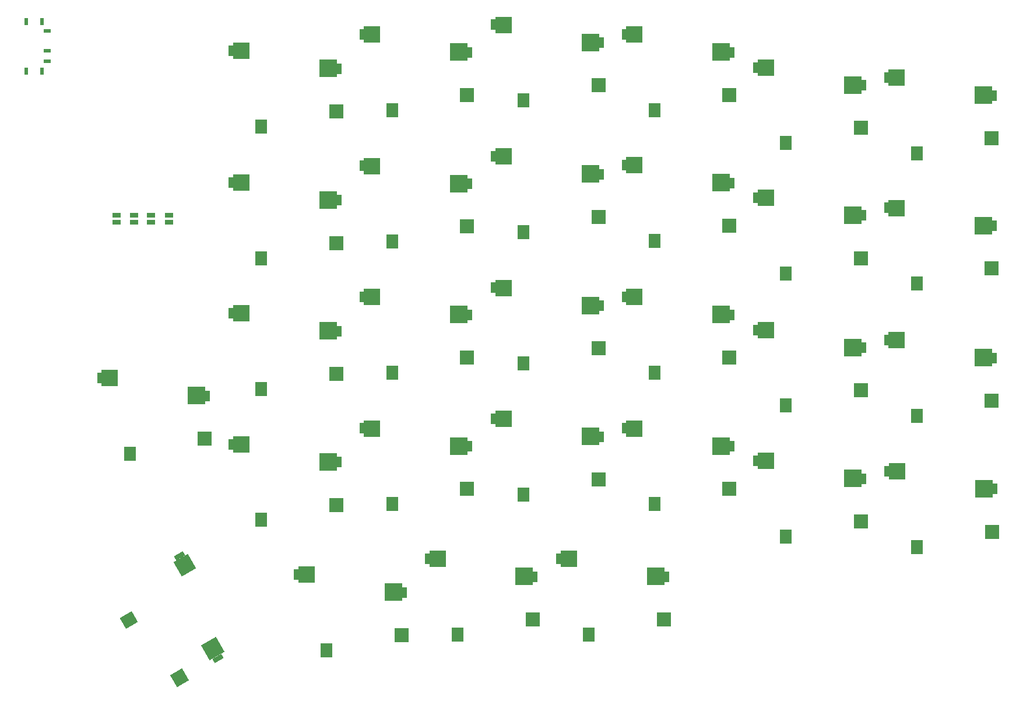
<source format=gtp>
G04 #@! TF.GenerationSoftware,KiCad,Pcbnew,8.0.5*
G04 #@! TF.CreationDate,2024-10-03T23:55:07-04:00*
G04 #@! TF.ProjectId,Lily58_Pro,4c696c79-3538-45f5-9072-6f2e6b696361,rev?*
G04 #@! TF.SameCoordinates,Original*
G04 #@! TF.FileFunction,Paste,Top*
G04 #@! TF.FilePolarity,Positive*
%FSLAX46Y46*%
G04 Gerber Fmt 4.6, Leading zero omitted, Abs format (unit mm)*
G04 Created by KiCad (PCBNEW 8.0.5) date 2024-10-03 23:55:07*
%MOMM*%
%LPD*%
G01*
G04 APERTURE LIST*
G04 Aperture macros list*
%AMRotRect*
0 Rectangle, with rotation*
0 The origin of the aperture is its center*
0 $1 length*
0 $2 width*
0 $3 Rotation angle, in degrees counterclockwise*
0 Add horizontal line*
21,1,$1,$2,0,0,$3*%
G04 Aperture macros list end*
%ADD10R,0.700000X1.500000*%
%ADD11R,2.400000X2.400000*%
%ADD12R,2.000000X2.000000*%
%ADD13R,1.800000X2.000000*%
%ADD14R,2.500000X2.500000*%
%ADD15RotRect,0.700000X1.500000X300.000000*%
%ADD16RotRect,2.400000X2.400000X120.000000*%
%ADD17RotRect,2.000000X2.000000X120.000000*%
%ADD18RotRect,1.800000X2.000000X120.000000*%
%ADD19RotRect,2.500000X2.500000X120.000000*%
%ADD20R,1.143000X0.635000*%
%ADD21R,0.600000X1.000000*%
%ADD22R,0.600000X1.100000*%
%ADD23R,1.000000X0.600000*%
G04 APERTURE END LIST*
D10*
G04 #@! TO.C,SW1*
X113300000Y-44900000D03*
D11*
X114800000Y-44920000D03*
D12*
X128600000Y-53700000D03*
D13*
X117700000Y-55900000D03*
D14*
X127400000Y-47459999D03*
D10*
X129000000Y-47500000D03*
G04 #@! TD*
G04 #@! TO.C,SW2*
X132300000Y-42500000D03*
D11*
X133800000Y-42520000D03*
D12*
X147600000Y-51300000D03*
D13*
X136700000Y-53500000D03*
D14*
X146400000Y-45059999D03*
D10*
X148000000Y-45100000D03*
G04 #@! TD*
G04 #@! TO.C,SW3*
X151400000Y-41110000D03*
D11*
X152900000Y-41130000D03*
D12*
X166700000Y-49910000D03*
D13*
X155800000Y-52110000D03*
D14*
X165500000Y-43669999D03*
D10*
X167100000Y-43710000D03*
G04 #@! TD*
G04 #@! TO.C,SW4*
X170400000Y-42500000D03*
D11*
X171900000Y-42520000D03*
D12*
X185700000Y-51300000D03*
D13*
X174800000Y-53500000D03*
D14*
X184500000Y-45059999D03*
D10*
X186100000Y-45100000D03*
G04 #@! TD*
G04 #@! TO.C,SW5*
X189500000Y-47300000D03*
D11*
X191000000Y-47320000D03*
D12*
X204800000Y-56100000D03*
D13*
X193900000Y-58300000D03*
D14*
X203600000Y-49859999D03*
D10*
X205200000Y-49900000D03*
G04 #@! TD*
G04 #@! TO.C,SW6*
X208500000Y-48800000D03*
D11*
X210000000Y-48820000D03*
D12*
X223800000Y-57600000D03*
D13*
X212900000Y-59800000D03*
D14*
X222600000Y-51359999D03*
D10*
X224200000Y-51400000D03*
G04 #@! TD*
G04 #@! TO.C,SW7*
X113300000Y-64000000D03*
D11*
X114800000Y-64020000D03*
D12*
X128600000Y-72800000D03*
D13*
X117700000Y-75000000D03*
D14*
X127400000Y-66559999D03*
D10*
X129000000Y-66600000D03*
G04 #@! TD*
G04 #@! TO.C,SW8*
X132300000Y-61600000D03*
D11*
X133800000Y-61620000D03*
D12*
X147600000Y-70400000D03*
D13*
X136700000Y-72600000D03*
D14*
X146400000Y-64159999D03*
D10*
X148000000Y-64200000D03*
G04 #@! TD*
G04 #@! TO.C,SW9*
X151400000Y-60200000D03*
D11*
X152900000Y-60220000D03*
D12*
X166700000Y-69000000D03*
D13*
X155800000Y-71200000D03*
D14*
X165500000Y-62759999D03*
D10*
X167100000Y-62800000D03*
G04 #@! TD*
G04 #@! TO.C,SW10*
X170400000Y-61500000D03*
D11*
X171900000Y-61520000D03*
D12*
X185700000Y-70300000D03*
D13*
X174800000Y-72500000D03*
D14*
X184500000Y-64059999D03*
D10*
X186100000Y-64100000D03*
G04 #@! TD*
G04 #@! TO.C,SW11*
X189500000Y-66200000D03*
D11*
X191000000Y-66220000D03*
D12*
X204800000Y-75000000D03*
D13*
X193900000Y-77200000D03*
D14*
X203600000Y-68759999D03*
D10*
X205200000Y-68800000D03*
G04 #@! TD*
G04 #@! TO.C,SW12*
X208500000Y-67700000D03*
D11*
X210000000Y-67720000D03*
D12*
X223800000Y-76500000D03*
D13*
X212900000Y-78700000D03*
D14*
X222600000Y-70259999D03*
D10*
X224200000Y-70300000D03*
G04 #@! TD*
G04 #@! TO.C,SW13*
X113300000Y-83000000D03*
D11*
X114800000Y-83020000D03*
D12*
X128600000Y-91800000D03*
D13*
X117700000Y-94000000D03*
D14*
X127400000Y-85559999D03*
D10*
X129000000Y-85600000D03*
G04 #@! TD*
G04 #@! TO.C,SW14*
X132300000Y-80600000D03*
D11*
X133800000Y-80620000D03*
D12*
X147600000Y-89400000D03*
D13*
X136700000Y-91600000D03*
D14*
X146400000Y-83159999D03*
D10*
X148000000Y-83200000D03*
G04 #@! TD*
G04 #@! TO.C,SW15*
X151400000Y-79300000D03*
D11*
X152900000Y-79320000D03*
D12*
X166700000Y-88100000D03*
D13*
X155800000Y-90300000D03*
D14*
X165500000Y-81859999D03*
D10*
X167100000Y-81900000D03*
G04 #@! TD*
G04 #@! TO.C,SW16*
X170400000Y-80600000D03*
D11*
X171900000Y-80620000D03*
D12*
X185700000Y-89400000D03*
D13*
X174800000Y-91600000D03*
D14*
X184500000Y-83159999D03*
D10*
X186100000Y-83200000D03*
G04 #@! TD*
G04 #@! TO.C,SW17*
X189500000Y-85400000D03*
D11*
X191000000Y-85420000D03*
D12*
X204800000Y-94200000D03*
D13*
X193900000Y-96400000D03*
D14*
X203600000Y-87959999D03*
D10*
X205200000Y-88000000D03*
G04 #@! TD*
G04 #@! TO.C,SW18*
X208500000Y-86900000D03*
D11*
X210000000Y-86920000D03*
D12*
X223800000Y-95700000D03*
D13*
X212900000Y-97900000D03*
D14*
X222600000Y-89459999D03*
D10*
X224200000Y-89500000D03*
G04 #@! TD*
G04 #@! TO.C,SW19*
X113300000Y-102000000D03*
D11*
X114800000Y-102020000D03*
D12*
X128600000Y-110800000D03*
D13*
X117700000Y-113000000D03*
D14*
X127400000Y-104559999D03*
D10*
X129000000Y-104600000D03*
G04 #@! TD*
G04 #@! TO.C,SW20*
X132300000Y-99700000D03*
D11*
X133800000Y-99720000D03*
D12*
X147600000Y-108500000D03*
D13*
X136700000Y-110700000D03*
D14*
X146400000Y-102259999D03*
D10*
X148000000Y-102300000D03*
G04 #@! TD*
G04 #@! TO.C,SW21*
X151400000Y-98300000D03*
D11*
X152900000Y-98320000D03*
D12*
X166700000Y-107100000D03*
D13*
X155800000Y-109300000D03*
D14*
X165500000Y-100859999D03*
D10*
X167100000Y-100900000D03*
G04 #@! TD*
G04 #@! TO.C,SW22*
X170400000Y-99700000D03*
D11*
X171900000Y-99720000D03*
D12*
X185700000Y-108500000D03*
D13*
X174800000Y-110700000D03*
D14*
X184500000Y-102259999D03*
D10*
X186100000Y-102300000D03*
G04 #@! TD*
G04 #@! TO.C,SW23*
X189500000Y-104400000D03*
D11*
X191000000Y-104420000D03*
D12*
X204800000Y-113200000D03*
D13*
X193900000Y-115400000D03*
D14*
X203600000Y-106959999D03*
D10*
X205200000Y-107000000D03*
G04 #@! TD*
G04 #@! TO.C,SW24*
X208550000Y-105900000D03*
D11*
X210050000Y-105920000D03*
D12*
X223850000Y-114700000D03*
D13*
X212950000Y-116900000D03*
D14*
X222650000Y-108459999D03*
D10*
X224250000Y-108500000D03*
G04 #@! TD*
G04 #@! TO.C,SW25*
X94200000Y-92400000D03*
D11*
X95700000Y-92420000D03*
D12*
X109500000Y-101200000D03*
D13*
X98600000Y-103400000D03*
D14*
X108300000Y-94959999D03*
D10*
X109900000Y-95000000D03*
G04 #@! TD*
D15*
G04 #@! TO.C,SW26*
X105816730Y-118214617D03*
D16*
X106549409Y-119523655D03*
D17*
X105845706Y-135864806D03*
D18*
X98490450Y-127525129D03*
D19*
X110649705Y-131705575D03*
D15*
X111415064Y-133111216D03*
G04 #@! TD*
D10*
G04 #@! TO.C,SW27*
X122800000Y-120900000D03*
D11*
X124300000Y-120920000D03*
D12*
X138100000Y-129700000D03*
D13*
X127200000Y-131900000D03*
D14*
X136900000Y-123459999D03*
D10*
X138500000Y-123500000D03*
G04 #@! TD*
G04 #@! TO.C,SW28*
X141800000Y-118650000D03*
D11*
X143300000Y-118670000D03*
D12*
X157100000Y-127450000D03*
D13*
X146200000Y-129650000D03*
D14*
X155900000Y-121209999D03*
D10*
X157500000Y-121250000D03*
G04 #@! TD*
G04 #@! TO.C,SW29*
X160900000Y-118650000D03*
D11*
X162400000Y-118670000D03*
D12*
X176200000Y-127450000D03*
D13*
X165300000Y-129650000D03*
D14*
X175000000Y-121209999D03*
D10*
X176600000Y-121250000D03*
G04 #@! TD*
D20*
G04 #@! TO.C,JP1*
X104300000Y-69800760D03*
X104300000Y-68800000D03*
G04 #@! TD*
G04 #@! TO.C,JP3*
X99200000Y-69800760D03*
X99200000Y-68800000D03*
G04 #@! TD*
G04 #@! TO.C,JP4*
X96700000Y-69775760D03*
X96700000Y-68775000D03*
G04 #@! TD*
D21*
G04 #@! TO.C,PWSW2*
X83589000Y-40625000D03*
D22*
X83589000Y-47825000D03*
X85875000Y-40625000D03*
D21*
X85875000Y-47825000D03*
D23*
X86582000Y-42025000D03*
X86582000Y-44925000D03*
X86582000Y-46425000D03*
G04 #@! TD*
D20*
G04 #@! TO.C,JP2*
X101700000Y-69800760D03*
X101700000Y-68800000D03*
G04 #@! TD*
M02*

</source>
